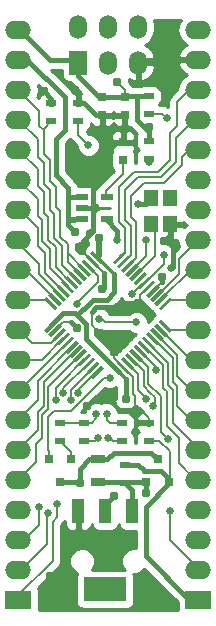
<source format=gbr>
G04 CAM350 V9.5.1 (Build 211) Date:  Tue May 10 22:39:24 2016 *
G04 Database: (Untitled) *
G04 Layer 1: STM32Mini-B_Cu. *
%FSLAX45Y45*%
%MOMM*%
%SFA1.000B1.000*%

%MIA0B0*%
%IPPOS*%
%ADD11R,0.75000X0.80000*%
%ADD12R,1.30000X0.70000*%
%ADD13R,0.80010X0.80010*%
%ADD14R,3.65760X2.03200*%
%ADD15R,1.01600X2.03200*%
%ADD16R,2.19964X1.52400*%
%ADD17O,2.19964X1.52400*%
%ADD18R,0.90000X0.50000*%
%ADD19R,1.00076X0.59944*%
%ADD20R,1.52400X1.99898*%
%ADD21O,1.52400X1.99898*%
%ADD22R,1.20000X1.40000*%
%ADD23C,0.78740*%
%ADD24C,0.66380*%
%ADD25C,0.20320*%
%ADD26C,0.40600*%
%ADD27C,0.25400*%
%ADD28C,0.30480*%
%LNSTM32Mini-B_Cu.*%
%LPD*%
G36*
X14144159Y-6686688D02*
G01X14132797Y-6675324D01*
X14136246Y-6670163*
X14136248Y-6670158*
X14146880Y-6616702*
Y-6616697*
X14138244Y-6573255*
X14208684Y-6643700*
X14191771*
X14191766Y-6643701*
X14168432Y-6653366*
X14168428Y-6653369*
X14150566Y-6671233*
X14144159Y-6686688*
G37*
G36*
X14212221Y-8673643D02*
G01X14191030Y-8652452D01*
X14282990Y-8560498*
X14304179Y-8581690*
X14212221Y-8673643*
G37*
G36*
X15251776D02*
G01X15159820Y-8581688D01*
X15181016Y-8560498*
X15272969Y-8652454*
X15251776Y-8673643*
G37*
G36*
X14791987Y-8093878D02*
G01X14770796Y-8072687D01*
X14862756Y-7980733*
X14883944Y-8001924*
X14791987Y-8093878*
G37*
G36*
X14389132Y-8376756D02*
G01X14297177Y-8284801D01*
X14318373Y-8263611*
X14410326Y-8355567*
X14389132Y-8376756*
G37*
G36*
X14623181Y-7646181D02*
G01X14609702Y-7632704D01*
X14609693Y-7632700*
X14597605*
X14587265Y-7625636*
X14587260Y-7625634*
X14562075Y-7620534*
X14497341Y-7620532*
X14497336Y-7620527*
X14497338Y-7619471*
X14497343Y-7619466*
X14562073*
X14585604Y-7615038*
X14585608Y-7615037*
X14597630Y-7607301*
X14609694Y-7607299*
X14609703Y-7607296*
X14623089Y-7593918*
X14626919Y-7599868*
X14648135Y-7614364*
X14648140Y-7614366*
X14673327Y-7619466*
X14747235Y-7619468*
X14747240Y-7619473*
X14747238Y-7620529*
X14747233Y-7620534*
X14673325*
X14649797Y-7624962*
X14649792Y-7624963*
X14628180Y-7638871*
X14623181Y-7646181*
G37*
G36*
X14492221Y-7999949D02*
G01X14462762Y-7970490D01*
X14462760Y-7970486*
X14462762Y-7926084*
X14462767Y-7926079*
X14472970Y-7926088*
X14472975Y-7926087*
X14510793Y-7910461*
X14510797Y-7910458*
X14539757Y-7881549*
X14555451Y-7843754*
X14555452Y-7843749*
X14555484Y-7809971*
X14555489Y-7809966*
X14562073*
X14577181Y-7807128*
X14568641Y-7815655*
X14552949Y-7853446*
X14552948Y-7853451*
X14552912Y-7894370*
X14552913Y-7894375*
X14560430Y-7912568*
X14560429Y-7931654*
X14560426Y-7931659*
X14555466Y-7934950*
X14534272Y-7956143*
X14530151Y-7962173*
X14529894Y-7962281*
X14526895Y-7965280*
X14526891Y-7965289*
X14526890Y-7966948*
X14520766Y-7975911*
X14520764Y-7975915*
X14517861Y-7989296*
X14517856Y-7989300*
X14506123Y-7991508*
X14506118Y-7991510*
X14495831Y-7998331*
X14493848*
X14493839Y-7998335*
X14492221Y-7999949*
G37*
G36*
X15293804Y-7982921D02*
G01X15283918Y-7959003D01*
X15283916Y-7958999*
X15256743Y-7931780*
X15221219Y-7917028*
X15221214Y-7917027*
X15199365Y-7917006*
X15199360Y-7917000*
X15199362Y-7888905*
X15199367Y-7888900*
X15227920Y-7888899*
X15227929Y-7888896*
X15243796Y-7873028*
X15243800Y-7873019*
X15243798Y-7768113*
X15243785Y-7768100*
X15241805Y-7768098*
X15241800Y-7768093*
X15241802Y-7742705*
X15241807Y-7742700*
X15243787Y-7742698*
X15243800Y-7742685*
X15243802Y-7740705*
X15243807Y-7740700*
X15269195Y-7740702*
X15269200Y-7740707*
X15269202Y-7742687*
X15269215Y-7742700*
X15364120Y-7742699*
X15364129Y-7742696*
X15368490Y-7738337*
X15400464Y-7759702*
X15373646Y-7777619*
X15364128Y-7768104*
X15364119Y-7768100*
X15269213Y-7768102*
X15269200Y-7768115*
X15269201Y-7873020*
X15269204Y-7873029*
X15285072Y-7888896*
X15285081Y-7888900*
X15317753Y-7888902*
X15317758Y-7888906*
X15327953Y-7940159*
X15327955Y-7940163*
X15331403Y-7945326*
X15293804Y-7982921*
G37*
G36*
X14793138Y-8858026D02*
G01X14625302Y-8690190D01*
X14625300Y-8690186*
X14625303Y-8649296*
X14636481Y-8653932*
X14636486Y-8653933*
X14674946Y-8653967*
X14674951Y-8653966*
X14675402Y-8653782*
X14678410Y-8655792*
X14678415Y-8655794*
X14706601Y-8661400*
X14907668Y-8661401*
X14907673Y-8661402*
X14915921Y-8669663*
X14951441Y-8684412*
X14951446Y-8684413*
X14967730Y-8684431*
X14966536Y-8686176*
X14958320Y-8691626*
X14937127Y-8712819*
X14931230Y-8721448*
X14923117Y-8726829*
X14901924Y-8748022*
X14895952Y-8756761*
X14887735Y-8762211*
X14866542Y-8783404*
X14860570Y-8792143*
X14852353Y-8797593*
X14831160Y-8818786*
X14825187Y-8827526*
X14816971Y-8832975*
X14795777Y-8854168*
X14793138Y-8858026*
G37*
G36*
X14490693Y-6746900D02*
G01X14465305Y-6746898D01*
X14465300Y-6746893*
X14465298Y-6744713*
X14465285Y-6744700*
X14463305Y-6744698*
X14463300Y-6744693*
X14463302Y-6719705*
X14463307Y-6719700*
X14465287Y-6719698*
X14465300Y-6719685*
X14465299Y-6659580*
X14465296Y-6659571*
X14449428Y-6643704*
X14449419Y-6643700*
X14438163Y-6643699*
X14438158Y-6643697*
X14422956Y-6620945*
X14248516Y-6446500*
X14337051Y-6446502*
X14337056Y-6446507*
Y-6487542*
X14341484Y-6511070*
X14341485Y-6511075*
X14355393Y-6532687*
X14376609Y-6547183*
X14376614Y-6547185*
X14401801Y-6552285*
X14412481Y-6552286*
X14412486Y-6552288*
X14418746Y-6561657*
X14503680Y-6646595*
X14490704Y-6659572*
X14490700Y-6659581*
X14490702Y-6719687*
X14490715Y-6719700*
X14492695Y-6719702*
X14492700Y-6719707*
X14492698Y-6744695*
X14492693Y-6744700*
X14490713Y-6744702*
X14490700Y-6744715*
X14490698Y-6746895*
X14490693Y-6746900*
G37*
G36*
X15067457Y-8583492D02*
G01X15067467Y-8568594D01*
X15067466Y-8568589*
X15052778Y-8533043*
X15052776Y-8533039*
X15025603Y-8505820*
X14990079Y-8491068*
X14990074Y-8491067*
X14951614Y-8491033*
X14951609Y-8491034*
X14916063Y-8505722*
X14916059Y-8505724*
X14907690Y-8514078*
X14907686Y-8514080*
X14742581Y-8514079*
X14742575Y-8514075*
X14737818Y-8502563*
X14737816Y-8502559*
X14713804Y-8478500*
X14719299*
X14751367Y-8472121*
X14751372Y-8472119*
X14778555Y-8453956*
X14842055Y-8390456*
X14846855Y-8383285*
X14853182Y-8398597*
X14853184Y-8398601*
X14880361Y-8425823*
X14915881Y-8440572*
X14915886Y-8440573*
X14954346Y-8440607*
X14954351Y-8440606*
X14989897Y-8425918*
X14989901Y-8425916*
X15011203Y-8404657*
X15029086Y-8422540*
X15037826Y-8428513*
X15043275Y-8436729*
X15064469Y-8457923*
X15073208Y-8463895*
X15078658Y-8472112*
X15099851Y-8493305*
X15108590Y-8499277*
X15114040Y-8507494*
X15128244Y-8521702*
X15114038Y-8535908*
X15108065Y-8544647*
X15099849Y-8550097*
X15078656Y-8571290*
X15072683Y-8580030*
X15067457Y-8583492*
G37*
G36*
X14965149Y-9606300D02*
G01X14956049Y-9606298D01*
X14956044Y-9606293*
Y-9562301*
X14951616Y-9538770*
X14951615Y-9538766*
X14937710Y-9517158*
X14930732Y-9512385*
X14936442Y-9508710*
X14950942Y-9487491*
X14950944Y-9487486*
X14956044Y-9462301*
Y-9412301*
X14951616Y-9388770*
X14951615Y-9388766*
X14937710Y-9367158*
X14916491Y-9352658*
X14916486Y-9352656*
X14891301Y-9347556*
X14816006Y-9347554*
X14816001Y-9347549*
X14816007Y-9340754*
X14816006Y-9340749*
X14801318Y-9305203*
X14801316Y-9305199*
X14774143Y-9277980*
X14738619Y-9263228*
X14738614Y-9263227*
X14700154Y-9263193*
X14700149Y-9263194*
X14674832Y-9273654*
X14649719Y-9263228*
X14649714Y-9263227*
X14611254Y-9263193*
X14611249Y-9263194*
X14575703Y-9277882*
X14575699Y-9277884*
X14548477Y-9305061*
X14533728Y-9340581*
X14533727Y-9340586*
X14533719Y-9347551*
X14533713Y-9347556*
X14505619Y-9347552*
X14708435Y-9144738*
X14725381Y-9151772*
X14725386Y-9151773*
X14763846Y-9151807*
X14763851Y-9151806*
X14799397Y-9137118*
X14799401Y-9137116*
X14800600Y-9135929*
X14800599Y-9171199*
X14800598Y-9171203*
X14797241Y-9174555*
X14781549Y-9212346*
X14781548Y-9212351*
X14781512Y-9253270*
X14781513Y-9253275*
X14797139Y-9291093*
X14797142Y-9291097*
X14826055Y-9320059*
X14863846Y-9335751*
X14863851Y-9335752*
X14904770Y-9335788*
X14904775Y-9335787*
X14942593Y-9320161*
X14942597Y-9320158*
X14971344Y-9291467*
X14994661Y-9314823*
X15020413Y-9325519*
X15030029Y-9348800*
X15017271*
X15017266Y-9348801*
X14993932Y-9358466*
X14993928Y-9358469*
X14976069Y-9376329*
X14976066Y-9376333*
X14966401Y-9399667*
X14966400Y-9399672*
X14966401Y-9408920*
X14966404Y-9408929*
X14982272Y-9424796*
X14982281Y-9424800*
X15062187Y-9424798*
X15062200Y-9424785*
X15062202Y-9422605*
X15062207Y-9422600*
X15087595Y-9422602*
X15087600Y-9422607*
X15087602Y-9424787*
X15087615Y-9424800*
X15089595Y-9424802*
X15089600Y-9424807*
X15089598Y-9449795*
X15089593Y-9449800*
X15087613Y-9449802*
X15087600Y-9449815*
X15087598Y-9451995*
X15087593Y-9452000*
X15062205Y-9451998*
X15062200Y-9451993*
X15062198Y-9449813*
X15062185Y-9449800*
X14982280Y-9449801*
X14982271Y-9449804*
X14966404Y-9465672*
X14966400Y-9465681*
Y-9474929*
X14966401Y-9474933*
X14976067Y-9498268*
X14976069Y-9498272*
X14990189Y-9512395*
X14984754Y-9515893*
X14970258Y-9537109*
X14970256Y-9537114*
X14965156Y-9562301*
X14965154Y-9606295*
X14965149Y-9606300*
G37*
G36*
X14617616Y-7463825D02*
G01X14608484Y-7449636D01*
X14587265Y-7435136*
X14587260Y-7435134*
X14562075Y-7430034*
X14475571Y-7430032*
X14475566Y-7430028*
X14472872Y-7416483*
X14472870Y-7416479*
X14454706Y-7389295*
X14371302Y-7305890*
X14371300Y-7305886*
X14371301Y-7070513*
X14371302Y-7070509*
X14410309Y-7031510*
X14425916Y-7054866*
X14467662Y-7096613*
X14467663Y-7096618*
X14467653Y-7108286*
X14467654Y-7108291*
X14482342Y-7143837*
X14482344Y-7143841*
X14509521Y-7171063*
X14545041Y-7185812*
X14545046Y-7185813*
X14583506Y-7185847*
X14583511Y-7185846*
X14619057Y-7171158*
X14619061Y-7171156*
X14646280Y-7143983*
X14661032Y-7108459*
X14661033Y-7108454*
X14661067Y-7069994*
X14661066Y-7069989*
X14646378Y-7034443*
X14646376Y-7034439*
X14621749Y-7009769*
X14619203Y-7007220*
X14583679Y-6992468*
X14583674Y-6992467*
X14571850Y-6992456*
X14571845Y-6992454*
X14551662Y-6972270*
X14551660Y-6972266*
X14551661Y-6964219*
X14551664Y-6964214*
X14568142Y-6953610*
X14582642Y-6932391*
X14582644Y-6932386*
X14587744Y-6907201*
X14587749Y-6902257*
X14589867Y-6907368*
X14589869Y-6907372*
X14607729Y-6925231*
X14607733Y-6925234*
X14631067Y-6934899*
X14631072Y-6934900*
X14652620Y-6934899*
X14652629Y-6934896*
X14668496Y-6919028*
X14668500Y-6919019*
Y-6844113*
X14668487Y-6844100*
X14666505Y-6844098*
X14666500Y-6844093*
X14666502Y-6818705*
X14666507Y-6818700*
X14668487Y-6818698*
X14668500Y-6818685*
X14668502Y-6816705*
X14668507Y-6816700*
X14693895Y-6816702*
X14693900Y-6816707*
X14693902Y-6818687*
X14693915Y-6818700*
X14766320Y-6818699*
X14766329Y-6818696*
X14776453Y-6808578*
X14786572Y-6818696*
X14786581Y-6818700*
X14858987Y-6818698*
X14859000Y-6818685*
X14859002Y-6816705*
X14859007Y-6816700*
X14884395Y-6816702*
X14884400Y-6816707*
X14884402Y-6818687*
X14884415Y-6818700*
X14886395Y-6818702*
X14886400Y-6818707*
X14886398Y-6844095*
X14886393Y-6844100*
X14884413Y-6844102*
X14884400Y-6844115*
X14884401Y-6919020*
X14884404Y-6919029*
X14900272Y-6934896*
X14900281Y-6934900*
X14916447Y-6934901*
X14916451Y-6934902*
X14974641Y-6993095*
X14970258Y-6999509*
X14970256Y-6999514*
X14965156Y-7024701*
Y-7074701*
X14969584Y-7098229*
X14969585Y-7098234*
X14983493Y-7119846*
X14990468Y-7124615*
X14984754Y-7128293*
X14970258Y-7149509*
X14970256Y-7149514*
X14965156Y-7174701*
Y-7224701*
X14968322Y-7241540*
X14961249Y-7241538*
X14961244Y-7241533*
Y-7172401*
X14956816Y-7148870*
X14956815Y-7148866*
X14950168Y-7138534*
X14950331Y-7138371*
X14950334Y-7138367*
X14959999Y-7115033*
X14960000Y-7115028*
X14959999Y-7090980*
X14959996Y-7090971*
X14944128Y-7075104*
X14944119Y-7075100*
X14871713Y-7075102*
X14871700Y-7075115*
X14871698Y-7077095*
X14871693Y-7077100*
X14846305Y-7077098*
X14846300Y-7077093*
X14846298Y-7075113*
X14846285Y-7075100*
X14773880Y-7075101*
X14773871Y-7075104*
X14758004Y-7090972*
X14758000Y-7090981*
Y-7115029*
X14758001Y-7115033*
X14767667Y-7138368*
X14767669Y-7138372*
X14767803Y-7138508*
X14761858Y-7147209*
X14761856Y-7147214*
X14756756Y-7172401*
Y-7252401*
X14761184Y-7275929*
X14761185Y-7275934*
X14775093Y-7297546*
X14781086Y-7301643*
X14658578Y-7424151*
X14651958Y-7434055*
X14649797Y-7434462*
X14649792Y-7434463*
X14628180Y-7448371*
X14617616Y-7463825*
G37*
G36*
X15242533Y-6763861D02*
G01X15235957Y-6763855D01*
X15216190Y-6750648*
X15216186Y-6750646*
X15188001Y-6745040*
X15161165*
X15159332Y-6743785*
X15165042Y-6740110*
X15179542Y-6718891*
X15179544Y-6718886*
X15184644Y-6693701*
Y-6643701*
X15180216Y-6620170*
X15180215Y-6620166*
X15166310Y-6598558*
X15145091Y-6584058*
X15145086Y-6584056*
X15119901Y-6578956*
X15029899*
X15006371Y-6583384*
X15006366Y-6583385*
X15004010Y-6584900*
X14979334*
X14973302Y-6583700*
X14973297*
X14967266Y-6584900*
X14938991*
X14934391Y-6581758*
X14934386Y-6581756*
X14933412Y-6581559*
X14923786Y-6567155*
X14911073Y-6554441*
X14911071Y-6554437*
X14911088Y-6535370*
X14911087Y-6535365*
X14906849Y-6525106*
X14942529Y-6545089*
X14951691Y-6546762*
X14951698Y-6546761*
X14973294Y-6534516*
X14973300Y-6534504*
Y-6400305*
X14973287Y-6400292*
X14971305Y-6400290*
X14971300Y-6400285*
X14971302Y-6374897*
X14971307Y-6374892*
X14973287Y-6374890*
X14973300Y-6374877*
X14973302Y-6372897*
X14973307Y-6372892*
X14998695Y-6372894*
X14998700Y-6372899*
X14998702Y-6374879*
X14998715Y-6374892*
X15110319Y-6374891*
X15110330Y-6374886*
X15126199Y-6352828*
X15126201Y-6352817*
X15111314Y-6300012*
X15111312Y-6300007*
X15077348Y-6256915*
X15042829Y-6237574*
X15084781Y-6209543*
X15115065Y-6164222*
X15115067Y-6164217*
X15125700Y-6110760*
Y-6056858*
X15119326Y-6024800*
X15348290Y-6024803*
X15327955Y-6055237*
X15327953Y-6055242*
X15317320Y-6108698*
Y-6108703*
X15327953Y-6162159*
X15327955Y-6162163*
X15358239Y-6207484*
X15401756Y-6236566*
X15395226Y-6238494*
X15395222Y-6238496*
X15352654Y-6272900*
X15326492Y-6320974*
X15324997Y-6328389*
X15324999Y-6328398*
X15337243Y-6349994*
X15337255Y-6350000*
X15481487Y-6349998*
X15481500Y-6349985*
X15481502Y-6348005*
X15481507Y-6348000*
X15506895Y-6348002*
X15506900Y-6348007*
X15506902Y-6349987*
X15506915Y-6350000*
X15508895Y-6350002*
X15508900Y-6350007*
X15508898Y-6375395*
X15508893Y-6375400*
X15506913Y-6375402*
X15506900Y-6375415*
X15506898Y-6377395*
X15506893Y-6377400*
X15481505Y-6377398*
X15481500Y-6377393*
X15481498Y-6375413*
X15481485Y-6375400*
X15337253Y-6375401*
X15337242Y-6375407*
X15324998Y-6397004*
X15324997Y-6397013*
X15326493Y-6404430*
X15352657Y-6452504*
X15395222Y-6486904*
X15395227Y-6486907*
X15401757Y-6488838*
X15358235Y-6517919*
X15327955Y-6563237*
X15327953Y-6563242*
X15318234Y-6612095*
X15264114Y-6666215*
X15248148Y-6690110*
X15248146Y-6690115*
X15242540Y-6718301*
X15242538Y-6763856*
X15242533Y-6763861*
G37*
G36*
X15320920Y-11018600D02*
G01X14143167Y-11018597D01*
X14144726Y-11010901*
Y-10858501*
X14140298Y-10834970*
X14140297Y-10834966*
X14138539Y-10832232*
X14314185Y-10656586*
X14330152Y-10632690*
X14330154Y-10632685*
X14335760Y-10604501*
X14335761Y-10304813*
X14335762Y-10304809*
X14352285Y-10288286*
X14363700Y-10271214*
Y-10299629*
X14363701Y-10299634*
X14373367Y-10322968*
X14373369Y-10322972*
X14391229Y-10340831*
X14391233Y-10340834*
X14414567Y-10350499*
X14414572Y-10350500*
X14449420Y-10350499*
X14449429Y-10350496*
X14465296Y-10334628*
X14465300Y-10334619*
X14465298Y-10198113*
X14465285Y-10198100*
X14463305Y-10198098*
X14463300Y-10198093*
X14463302Y-10172705*
X14463307Y-10172700*
X14465287Y-10172698*
X14465300Y-10172685*
X14465302Y-10170705*
X14465307Y-10170700*
X14490695Y-10170702*
X14490700Y-10170707*
X14490702Y-10172687*
X14490715Y-10172700*
X14492695Y-10172702*
X14492700Y-10172707*
X14492698Y-10198095*
X14492693Y-10198100*
X14490713Y-10198102*
X14490700Y-10198115*
X14490701Y-10334620*
X14490704Y-10334629*
X14506572Y-10350496*
X14506581Y-10350500*
X14541429*
X14541434Y-10350499*
X14564768Y-10340833*
X14564772Y-10340831*
X14582631Y-10322971*
X14582634Y-10322967*
X14592299Y-10299633*
X14592300Y-10299628*
X14592305Y-10293637*
X14595484Y-10310529*
X14595485Y-10310534*
X14609393Y-10332146*
X14630609Y-10346642*
X14630614Y-10346644*
X14655801Y-10351744*
X14757399*
X14780930Y-10347316*
X14780934Y-10347315*
X14802542Y-10333410*
X14817042Y-10312191*
X14817044Y-10312186*
X14820857Y-10293383*
X14824084Y-10310529*
X14824085Y-10310534*
X14837993Y-10332146*
X14859209Y-10346642*
X14859214Y-10346644*
X14884401Y-10351744*
X14965695Y-10351746*
X14965700Y-10351751*
X14965698Y-10498589*
X14965693Y-10498594*
X14930487Y-10498563*
X14930482Y-10498564*
X14890610Y-10515039*
X14890606Y-10515042*
X14860070Y-10545526*
X14843526Y-10585370*
X14843525Y-10585375*
X14843487Y-10628517*
X14843488Y-10628522*
X14859963Y-10668394*
X14859966Y-10668398*
X14870999Y-10679456*
X14593268Y-10679452*
X14604181Y-10668558*
X14620728Y-10628710*
X14620729Y-10628705*
X14620767Y-10585563*
X14620766Y-10585558*
X14604291Y-10545686*
X14604288Y-10545682*
X14573808Y-10515149*
X14533960Y-10498602*
X14533955Y-10498601*
X14490813Y-10498563*
X14490808Y-10498564*
X14450936Y-10515039*
X14450932Y-10515042*
X14420396Y-10545526*
X14403852Y-10585370*
X14403851Y-10585375*
X14403813Y-10628517*
X14403814Y-10628522*
X14420289Y-10668394*
X14420292Y-10668398*
X14450776Y-10698934*
X14471822Y-10707676*
X14464078Y-10719009*
X14464076Y-10719014*
X14458976Y-10744201*
Y-10947401*
X14463404Y-10970929*
X14463405Y-10970934*
X14477313Y-10992546*
X14498529Y-11007042*
X14498534Y-11007044*
X14523721Y-11012144*
X14889479*
X14913010Y-11007716*
X14913014Y-11007715*
X14934622Y-10993810*
X14949122Y-10972591*
X14949124Y-10972586*
X14954224Y-10947401*
Y-10744201*
X14949796Y-10720670*
X14949795Y-10720666*
X14946470Y-10715493*
X14973441Y-10715517*
X14973446Y-10715516*
X15013318Y-10699041*
X15013322Y-10699038*
X15038500Y-10673911*
X15319472Y-10954884*
X15319474Y-10954888*
Y-11010901*
X15320920Y-11018600*
G37*
%LPC*%
G36*
X14846287Y-7049698D02*
G01X14846300Y-7049685D01*
Y-6974780*
X14846296Y-6974771*
X14830428Y-6958904*
X14830419Y-6958900*
X14808871*
X14808866Y-6958901*
X14785532Y-6968566*
X14785528Y-6968569*
X14767669Y-6986429*
X14767666Y-6986433*
X14757999Y-7009769*
X14757998Y-7009774*
X14758000Y-7033819*
X14758004Y-7033828*
X14773872Y-7049696*
X14773881Y-7049700*
X14846287Y-7049698*
G37*
G36*
X14843120Y-6934899D02*
G01X14843129Y-6934896D01*
X14858996Y-6919028*
X14859000Y-6919019*
X14858998Y-6844113*
X14858985Y-6844100*
X14786580Y-6844101*
X14786571Y-6844104*
X14776450Y-6854222*
X14766328Y-6844104*
X14766319Y-6844100*
X14693911Y-6844102*
X14693898Y-6844115*
X14693900Y-6919019*
X14693904Y-6919028*
X14709772Y-6934896*
X14709781Y-6934900*
X14731329*
X14731334Y-6934899*
X14754668Y-6925233*
X14754672Y-6925231*
X14772531Y-6907371*
X14776453Y-6897921*
X14780367Y-6907368*
X14780369Y-6907372*
X14798229Y-6925231*
X14798233Y-6925234*
X14821567Y-6934899*
X14821572Y-6934900*
X14843120Y-6934899*
G37*
G36*
X14944129Y-7049696D02*
G01X14959996Y-7033828D01*
X14960000Y-7033819*
Y-7009771*
X14959999Y-7009766*
X14950334Y-6986432*
X14950331Y-6986428*
X14932471Y-6968569*
X14932467Y-6968566*
X14909133Y-6958901*
X14909128Y-6958900*
X14887580Y-6958901*
X14887571Y-6958904*
X14871702Y-6974773*
X14871698Y-6974782*
X14871700Y-7049685*
X14871713Y-7049698*
X14944120Y-7049699*
X14944129Y-7049696*
G37*
G36*
X15029471Y-6545088D02*
G01X15077345Y-6518272D01*
X15111312Y-6475176*
X15111315Y-6475172*
X15126201Y-6422365*
X15126199Y-6422354*
X15110328Y-6400297*
X15110318Y-6400292*
X14998711Y-6400294*
X14998698Y-6400307*
X14998700Y-6534504*
X14998706Y-6534516*
X15020304Y-6546761*
X15020310Y-6546762*
X15029471Y-6545088*
G37*
%LPD*%
G36*
X14247604Y-8709026D02*
G01X14226413Y-8687834D01*
X14318373Y-8595880*
X14339561Y-8617072*
X14247604Y-8709026*
G37*
G36*
X15216394D02*
G01X15124438Y-8617070D01*
X15145634Y-8595880*
X15237587Y-8687836*
X15216394Y-8709026*
G37*
G36*
X14827369Y-8129260D02*
G01X14806178Y-8108069D01*
X14898138Y-8016115*
X14919327Y-8037307*
X14827369Y-8129260*
G37*
G36*
X14282986Y-8482903D02*
G01X14191030Y-8390947D01*
X14212226Y-8369757*
X14304179Y-8461713*
X14282986Y-8482903*
G37*
G36*
X14424515Y-8341374D02*
G01X14332559Y-8249418D01*
X14353755Y-8228228*
X14445708Y-8320185*
X14424515Y-8341374*
G37*
G36*
X14262093Y-6746900D02*
G01X14236705Y-6746898D01*
X14236700Y-6746893*
X14236698Y-6744713*
X14236685Y-6744700*
X14234705Y-6744698*
X14234700Y-6744693*
X14234702Y-6719705*
X14234707Y-6719700*
X14236687Y-6719698*
X14236700Y-6719685*
X14236702Y-6717505*
X14236707Y-6717500*
X14262095Y-6717502*
X14262100Y-6717507*
X14262102Y-6719687*
X14262115Y-6719700*
X14264095Y-6719702*
X14264100Y-6719707*
X14264098Y-6744695*
X14264093Y-6744700*
X14262113Y-6744702*
X14262100Y-6744715*
X14262098Y-6746895*
X14262093Y-6746900*
G37*
G36*
X14282986Y-8744408D02*
G01X14261795Y-8723217D01*
X14353755Y-8631262*
X14374943Y-8652454*
X14282986Y-8744408*
G37*
G36*
X15181011D02*
G01X15089056Y-8652452D01*
X15110252Y-8631262*
X15202205Y-8723218*
X15181011Y-8744408*
G37*
G36*
X14862751Y-8164643D02*
G01X14841560Y-8143451D01*
X14933520Y-8051497*
X14954709Y-8072689*
X14862751Y-8164643*
G37*
G36*
X14318368Y-8447521D02*
G01X14226413Y-8355565D01*
X14247608Y-8334375*
X14339561Y-8426331*
X14318368Y-8447521*
G37*
G36*
X14459897Y-8305992D02*
G01X14367941Y-8214036D01*
X14389137Y-8192846*
X14481090Y-8284802*
X14459897Y-8305992*
G37*
G36*
X14318368Y-8779790D02*
G01X14297177Y-8758599D01*
X14389137Y-8666644*
X14410326Y-8687836*
X14318368Y-8779790*
G37*
G36*
X15145629D02*
G01X15053674Y-8687834D01*
X15074869Y-8666644*
X15166822Y-8758601*
X15145629Y-8779790*
G37*
G36*
X14898133Y-8200025D02*
G01X14876942Y-8178834D01*
X14968902Y-8086879*
X14990091Y-8108071*
X14898133Y-8200025*
G37*
G36*
X14353750Y-8412138D02*
G01X14261795Y-8320183D01*
X14282990Y-8298993*
X14374943Y-8390949*
X14353750Y-8412138*
G37*
G36*
X14495099Y-8270789D02*
G01X14403144Y-8178834D01*
X14424340Y-8157644*
X14516293Y-8249600*
X14495099Y-8270789*
G37*
G36*
X14353750Y-8815172D02*
G01X14332559Y-8793981D01*
X14424519Y-8702027*
X14445708Y-8723219*
X14353750Y-8815172*
G37*
G36*
X15110247D02*
G01X15018292Y-8723217D01*
X15039487Y-8702027*
X15131440Y-8793983*
X15110247Y-8815172*
G37*
G36*
X14933516Y-8235407D02*
G01X14912325Y-8214216D01*
X15004285Y-8122261*
X15025473Y-8143453*
X14933516Y-8235407*
G37*
G36*
X14530482D02*
G01X14438526Y-8143451D01*
X14459722Y-8122261*
X14551675Y-8214218*
X14530482Y-8235407*
G37*
G36*
X14389132Y-8850555D02*
G01X14367941Y-8829363D01*
X14459901Y-8737409*
X14481090Y-8758601*
X14389132Y-8850555*
G37*
G36*
X15074865D02*
G01X14982909Y-8758599D01*
X15004105Y-8737409*
X15096058Y-8829365*
X15074865Y-8850555*
G37*
G36*
X14968898Y-8270789D02*
G01X14947707Y-8249598D01*
X15039667Y-8157644*
X15060855Y-8178835*
X14968898Y-8270789*
G37*
G36*
X14565864Y-8200025D02*
G01X14473909Y-8108069D01*
X14495104Y-8086879*
X14587057Y-8178835*
X14565864Y-8200025*
G37*
G36*
X14424335Y-8885757D02*
G01X14403144Y-8864566D01*
X14495104Y-8772612*
X14516293Y-8793803*
X14424335Y-8885757*
G37*
G36*
X15039662D02*
G01X14947707Y-8793802D01*
X14968902Y-8772612*
X15060855Y-8864568*
X15039662Y-8885757*
G37*
G36*
X15004100Y-8305992D02*
G01X14982909Y-8284801D01*
X15074869Y-8192846*
X15096058Y-8214038*
X15004100Y-8305992*
G37*
G36*
X14601246Y-8164643D02*
G01X14509291Y-8072687D01*
X14530486Y-8051497*
X14622439Y-8143453*
X14601246Y-8164643*
G37*
G36*
X14459717Y-8921139D02*
G01X14438526Y-8899948D01*
X14530486Y-8807994*
X14551675Y-8829186*
X14459717Y-8921139*
G37*
G36*
X15004280D02*
G01X14912325Y-8829184D01*
X14933520Y-8807994*
X15025473Y-8899950*
X15004280Y-8921139*
G37*
G36*
X15039483Y-8341374D02*
G01X15018292Y-8320183D01*
X15110252Y-8228228*
X15131440Y-8249420*
X15039483Y-8341374*
G37*
G36*
X14636628Y-8129260D02*
G01X14544673Y-8037305D01*
X14565869Y-8016115*
X14657822Y-8108071*
X14636628Y-8129260*
G37*
G36*
X14495100Y-8956522D02*
G01X14473909Y-8935330D01*
X14565869Y-8843376*
X14587057Y-8864568*
X14495100Y-8956522*
G37*
G36*
X14968898D02*
G01X14876942Y-8864566D01*
X14898138Y-8843376*
X14990091Y-8935332*
X14968898Y-8956522*
G37*
G36*
X15074865Y-8376756D02*
G01X15053674Y-8355565D01*
X15145634Y-8263611*
X15166822Y-8284802*
X15074865Y-8376756*
G37*
G36*
X14672011Y-8093878D02*
G01X14580055Y-8001923D01*
X14601251Y-7980733*
X14693204Y-8072689*
X14672011Y-8093878*
G37*
G36*
X14530482Y-8991904D02*
G01X14509291Y-8970713D01*
X14601251Y-8878758*
X14622439Y-8899950*
X14530482Y-8991904*
G37*
G36*
X14933516D02*
G01X14841560Y-8899948D01*
X14862756Y-8878758*
X14954709Y-8970714*
X14933516Y-8991904*
G37*
G36*
X15110247Y-8412138D02*
G01X15089056Y-8390947D01*
X15181016Y-8298993*
X15202205Y-8320185*
X15110247Y-8412138*
G37*
G36*
X14565864Y-9027286D02*
G01X14544673Y-9006095D01*
X14636633Y-8914140*
X14657822Y-8935332*
X14565864Y-9027286*
G37*
G36*
X14898133D02*
G01X14806178Y-8935330D01*
X14827374Y-8914140*
X14919327Y-9006097*
X14898133Y-9027286*
G37*
G36*
X15145629Y-8447521D02*
G01X15124438Y-8426329D01*
X15216398Y-8334375*
X15237587Y-8355567*
X15145629Y-8447521*
G37*
G36*
X14601246Y-9062668D02*
G01X14580055Y-9041477D01*
X14672015Y-8949523*
X14693204Y-8970714*
X14601246Y-9062668*
G37*
G36*
X14862751D02*
G01X14770796Y-8970713D01*
X14791991Y-8949523*
X14883944Y-9041479*
X14862751Y-9062668*
G37*
G36*
X15181011Y-8482903D02*
G01X15159820Y-8461712D01*
X15251780Y-8369757*
X15272969Y-8390949*
X15181011Y-8482903*
G37*
G54D11*
X14681200Y-6681400D03*
Y-6831400D03*
X14859000Y-7212400D03*
Y-7062400D03*
G54D12*
X14643100Y-9937500D03*
Y-9747500D03*
G54D13*
X15246100Y-9942576D03*
X15056100D03*
X15151100Y-9742678D03*
G54D14*
X14706600Y-10845800D03*
G54D15*
Y-10185400D03*
X14935200D03*
X14478000D03*
G54D16*
X13970000Y-10934700D03*
G54D17*
Y-10680700D03*
Y-10426700D03*
Y-10172700D03*
Y-9918700D03*
Y-9664700D03*
Y-9410700D03*
Y-9156700D03*
Y-8902700D03*
Y-8648700D03*
Y-8394700D03*
Y-8140700D03*
Y-7886700D03*
Y-7632700D03*
Y-7378700D03*
Y-7124700D03*
Y-6870700D03*
Y-6616700D03*
Y-6362700D03*
Y-6108700D03*
G54D16*
X15494200Y-10934700D03*
G54D17*
Y-10680700D03*
Y-10426700D03*
Y-10172700D03*
Y-9918700D03*
Y-9664700D03*
Y-9410700D03*
Y-9156700D03*
Y-8902700D03*
Y-8648700D03*
Y-8394700D03*
Y-8140700D03*
Y-7886700D03*
Y-7632700D03*
Y-7378700D03*
Y-7124700D03*
Y-6870700D03*
Y-6616700D03*
Y-6362700D03*
Y-6108700D03*
G54D18*
X14846300Y-9437300D03*
Y-9587300D03*
X14528800Y-9437300D03*
Y-9587300D03*
X14325600Y-9437300D03*
Y-9587300D03*
X14478000Y-6882200D03*
Y-6732200D03*
X14249400Y-6882200D03*
Y-6732200D03*
X15074900Y-6668700D03*
Y-6818700D03*
Y-7049700D03*
Y-7199700D03*
G54D11*
X14871700Y-6681400D03*
Y-6831400D03*
G54D13*
X14230600Y-9742424D03*
X14420600D03*
X14325600Y-9942322D03*
G54D19*
X14512036Y-7715250D03*
Y-7524750D03*
Y-7620000D03*
X14723364Y-7524750D03*
Y-7715250D03*
G54D20*
X14478000Y-6387592D03*
G54D21*
Y-6083808D03*
X14732000Y-6387592D03*
Y-6083808D03*
X14986000Y-6387592D03*
Y-6083808D03*
G54D22*
X15256500Y-7535400D03*
Y-7755400D03*
X15096500Y-7535400D03*
Y-7755400D03*
G54D18*
X14871700Y-9792900D03*
Y-9942900D03*
X15074900Y-9587300D03*
Y-9437300D03*
G54D23*
X14465300Y-8636000D03*
G54D24*
X15265400Y-8128000D03*
G54D23*
X15201900Y-7899400D03*
X14986000Y-8420100D03*
X14770100Y-10591800D03*
X14363700Y-10680700D03*
X14185900Y-6629400D03*
X14452600Y-6616700D03*
X14782800Y-8839200D03*
X14681200Y-8305800D03*
X14782800Y-9220200D03*
X14757400Y-8483600D03*
X14693900Y-7289800D03*
X14668500Y-7175500D03*
X14554200Y-9296400D03*
X14236700Y-10731500D03*
X14617700Y-7620000D03*
X15082520Y-8521700D03*
X14808200Y-6555740D03*
X15077440Y-6936740D03*
X14782800Y-10058400D03*
G54D24*
X14986000Y-7581900D03*
G54D23*
X14884400Y-9232900D03*
X14655800Y-7874000D03*
G54D24*
X14643100Y-9563100D03*
X14732000D03*
X14287500Y-9245600D03*
X15049500Y-9232900D03*
X15252700Y-10185400D03*
X15113000Y-9296400D03*
X15240000Y-9575800D03*
X15049500Y-7886700D03*
X14970760Y-8587740D03*
X14655800Y-8557260D03*
G54D23*
X14452600Y-7823200D03*
X15049500Y-10033000D03*
G54D24*
X14630400Y-9359900D03*
X14564360Y-7089140D03*
X15229840Y-6860540D03*
X14935200Y-8343900D03*
X15201900Y-8013700D03*
X15074900Y-7226300D03*
G54D23*
X15189200Y-8204200D03*
G54D24*
X14808200Y-7886700D03*
G54D23*
X14490700Y-9944100D03*
G54D24*
X15138400Y-8989060D03*
X14465300Y-8432800D03*
X14744700Y-9055100D03*
X14478000Y-9182100D03*
X14300200Y-10121900D03*
X14414500Y-9245600D03*
X14224000Y-10198100D03*
X14351000Y-9182100D03*
X14147800Y-10147300D03*
X14719300Y-9359900D03*
G54D25*
X15074900Y-9437300D02*
G01Y-9398000D01*
X14960600Y-9283700D02*
G01Y-9245600D01*
X15074900Y-9398000D02*
G01X14960600Y-9283700D01*
X14282987Y-8652452D02*
G01X14283748D01*
Y-8652452D02*
G01X14351000Y-8585200D01*
Y-8585200D02*
G01X14414500D01*
G54D26*
Y-8585200D02*
G01X14465300Y-8636000D01*
X14499336Y-7620000D02*
G01X14605000D01*
G54D25*
X14600487Y-8072687D02*
G01X14516100Y-7988300D01*
G54D26*
X14528800Y-7886700D02*
G01X14605000Y-7810500D01*
Y-7810500D02*
G01Y-7620000D01*
X14516100Y-7988300D02*
G01Y-7899400D01*
Y-7899400D02*
G01X14528800Y-7886700D01*
X14681200Y-6831400D02*
G01Y-7010400D01*
Y-7010400D02*
G01X14668500Y-7023100D01*
G54D25*
X14283748Y-8652452D02*
G01X14351000Y-8585200D01*
G54D26*
X14478000Y-6732200D02*
G01X14530000D01*
X14629200Y-6831400D02*
G01X14681200D01*
X14530000Y-6732200D02*
G01X14629200Y-6831400D01*
X15201900Y-7899400D02*
G01X15227300D01*
Y-7899400D02*
G01X15278100Y-7950200D01*
Y-7950200D02*
G01Y-8115300D01*
Y-8115300D02*
G01X15265400Y-8128000D01*
X15256500Y-7844800D02*
G01Y-7755400D01*
Y-7844800D02*
G01X15201900Y-7899400D01*
X14998700Y-8407400D02*
G01X14986000Y-8420100D01*
G54D25*
X15070499Y-8284801D02*
G01X14998700Y-8356600D01*
Y-8356600D02*
G01Y-8407400D01*
G54D26*
X14986000Y-6362700D02*
G01X15494200D01*
X14681200Y-6831400D02*
G01X14871700D01*
X14605000Y-7620000D02*
G01Y-7569200D01*
G54D25*
X14782800Y-8890000D02*
G01X14862753Y-8969952D01*
G54D26*
X14807000Y-7062400D02*
G01X14859000D01*
X14605000Y-7569200D02*
G01Y-7429500D01*
Y-7429500D02*
G01X14732000Y-7302500D01*
Y-7302500D02*
G01Y-7137400D01*
Y-7137400D02*
G01X14807000Y-7062400D01*
X14478000Y-10185400D02*
G01Y-10388600D01*
X14363700Y-10502900D02*
G01Y-10680700D01*
X14478000Y-10388600D02*
G01X14363700Y-10502900D01*
G54D25*
X14601248Y-8072687D02*
G01X14600487D01*
X14283748Y-8652452D02*
G01X14351000Y-8585200D01*
Y-8585200D02*
G01X14414500D01*
X14862753Y-8970713D02*
G01Y-8969952D01*
X15074866Y-8284801D02*
G01X15070499D01*
G54D26*
X14249400Y-6732200D02*
G01Y-6692900D01*
Y-6692900D02*
G01X14185900Y-6629400D01*
X14478000Y-6732200D02*
G01Y-6642100D01*
Y-6642100D02*
G01X14452600Y-6616700D01*
G54D25*
X14782800Y-8890000D02*
G01Y-8839200D01*
G54D26*
X14693900Y-8166100D02*
G01Y-8293100D01*
Y-8293100D02*
G01X14681200Y-8305800D01*
G54D25*
X14601248Y-8073447D02*
G01X14693900Y-8166100D01*
X14601248Y-8072687D02*
G01Y-8073447D01*
G54D26*
X14630400Y-8686800D02*
G01Y-8648700D01*
G54D25*
X14592300Y-8610600D02*
G01Y-8496300D01*
X14630400Y-8648700D02*
G01X14592300Y-8610600D01*
G54D26*
X14668500Y-8724900D02*
G01X14782800Y-8839200D01*
X14668500Y-8724900D02*
G01X14630400Y-8686800D01*
X14820900Y-8420100D02*
G01X14782800Y-8458200D01*
Y-8458200D02*
G01X14630400D01*
Y-8458200D02*
G01X14592300Y-8496300D01*
X14986000Y-8420100D02*
G01X14820900D01*
G54D25*
X14862753Y-8970713D02*
G01X14863513D01*
X14782800Y-9283700D02*
G01Y-9220200D01*
X14820900Y-9321800D02*
G01X14782800Y-9283700D01*
X14935200Y-9321800D02*
G01X14820900D01*
X14960600Y-9296400D02*
G01X14935200Y-9321800D01*
X14960600Y-9212580D02*
G01Y-9245600D01*
Y-9245600D02*
G01Y-9296400D01*
G54D26*
X14782800Y-8458200D02*
G01X14757400Y-8483600D01*
X14859000Y-6975876D02*
G01X14871700Y-6963176D01*
X14859000Y-7062400D02*
G01Y-6975876D01*
X14871700Y-6831400D02*
G01Y-6963176D01*
X14732000Y-7302500D02*
G01X14706600D01*
Y-7302500D02*
G01X14693900Y-7289800D01*
X14782800Y-9220200D02*
G01X14630400D01*
Y-9220200D02*
G01X14554200Y-9296400D01*
G54D25*
X14940280Y-9050020D02*
G01Y-9192260D01*
Y-9192260D02*
G01X14960600Y-9212580D01*
X14862753Y-8972492D02*
G01X14940280Y-9050020D01*
X14862753Y-8970713D02*
G01Y-8972492D01*
X14710664Y-7524750D02*
G01Y-7476236D01*
X14859000Y-7327900D02*
G01Y-7212400D01*
X14710664Y-7476236D02*
G01X14859000Y-7327900D01*
X14871700Y-6619240D02*
G01Y-6681400D01*
X14808200Y-6555740D02*
G01X14871700Y-6619240D01*
G54D26*
X14973300Y-6819900D02*
G01Y-6873240D01*
X15074900Y-6974840D02*
G01Y-7049700D01*
X14973300Y-6873240D02*
G01X15074900Y-6974840D01*
Y-7049700D02*
G01Y-6939280D01*
Y-6939280D02*
G01X15077440Y-6936740D01*
G54D25*
X14636630Y-8037305D02*
G01X14641305D01*
G54D26*
X14782800Y-8331200D02*
G01X14719300Y-8394700D01*
X14782800Y-8178800D02*
G01Y-8331200D01*
X14719300Y-8394700D02*
G01X14668500D01*
X14655800Y-7874000D02*
G01Y-8018135D01*
G54D25*
Y-8018135D02*
G01X14636630Y-8037305D01*
G54D26*
X14973300Y-6819900D02*
G01Y-6668700D01*
Y-6668700D02*
G01Y-6667500D01*
Y-6667500D02*
G01Y-6668700D01*
X14439900Y-8509000D02*
G01X14452600D01*
X14541500Y-8724900D02*
G01X14592300Y-8775700D01*
X14541500Y-8597900D02*
G01Y-8724900D01*
X14471650Y-8528050D02*
G01X14541500Y-8597900D01*
X14452600Y-8509000D02*
G01X14471650Y-8528050D01*
X14592300Y-8775700D02*
G01X14630400Y-8813800D01*
X14822695Y-9006095D02*
G01X14681200Y-8864600D01*
X14630400Y-8813800D02*
G01X14681200Y-8864600D01*
G54D25*
X14247605Y-8617070D02*
G01Y-8612395D01*
G54D26*
Y-8612395D02*
G01X14351000Y-8509000D01*
Y-8509000D02*
G01X14439900D01*
X14706600Y-10134600D02*
G01X14782800Y-10058400D01*
X14986000Y-7581900D02*
G01X15050000D01*
Y-7581900D02*
G01X15096500Y-7535400D01*
X14681200Y-6681400D02*
G01X14657000D01*
Y-6681400D02*
G01X14478000Y-6502400D01*
Y-6502400D02*
G01Y-6362700D01*
X14871700Y-6681400D02*
G01X14681200D01*
X15074900Y-6668700D02*
G01X14973300D01*
Y-6668700D02*
G01X14884400D01*
Y-6668700D02*
G01X14871700Y-6681400D01*
G54D25*
X14835395Y-9006095D02*
G01X14827370D01*
Y-9006095D02*
G01X14822695D01*
G54D26*
X14478000Y-6362700D02*
G01Y-6426200D01*
X13970000Y-6108700D02*
G01X13982700D01*
Y-6108700D02*
G01X14236700Y-6362700D01*
Y-6362700D02*
G01X14478000D01*
X14706600Y-10185400D02*
G01Y-10134600D01*
G54D25*
X14617700Y-8018375D02*
G01X14636630Y-8037305D01*
X14884400Y-9063125D02*
G01X14827370Y-9006095D01*
G54D26*
X14884400Y-9232900D02*
G01Y-9063125D01*
X14579600Y-8420100D02*
G01X14592300Y-8407400D01*
Y-8407400D02*
G01X14605000Y-8394700D01*
Y-8394700D02*
G01X14668500D01*
Y-8394700D02*
G01X14719300D01*
X14471650Y-8528050D02*
G01X14579600Y-8420100D01*
X14655800Y-7874000D02*
G01Y-7912100D01*
G54D27*
X14636630Y-7893170D02*
G01X14655800Y-7874000D01*
X14636630Y-8037305D02*
G01Y-7893170D01*
G54D28*
X14655800Y-8051800D02*
G01X14690536Y-8086536D01*
X14655800Y-7874000D02*
G01Y-8051800D01*
G54D25*
X14641305Y-8037305D02*
G01X14690536Y-8086536D01*
G54D28*
Y-8086536D02*
G01X14782800Y-8178800D01*
G54D25*
X14618900Y-9587300D02*
G01X14528800D01*
X14643100Y-9563100D02*
G01X14618900Y-9587300D01*
X14738350Y-9556750D02*
G01X14768900Y-9587300D01*
X14732000Y-9563100D02*
G01X14738350Y-9556750D01*
X14768900Y-9587300D02*
G01X14846300D01*
X14768900D02*
G01X14808200D01*
X14530483Y-8901017D02*
G01X14331950Y-9099550D01*
X14287500Y-9144000D02*
G01Y-9245600D01*
X14331950Y-9099550D02*
G01X14287500Y-9144000D01*
X14530483Y-8899948D02*
G01Y-8901017D01*
X14495101Y-8864566D02*
G01X14490734D01*
Y-8864566D02*
G01X14224000Y-9131300D01*
Y-9131300D02*
G01Y-9321800D01*
Y-9321800D02*
G01X14173200Y-9372600D01*
Y-9372600D02*
G01Y-9563100D01*
Y-9563100D02*
G01X14122400Y-9613900D01*
Y-9613900D02*
G01Y-9766300D01*
Y-9766300D02*
G01X13970000Y-9918700D01*
X14459719Y-8829184D02*
G01X14449916D01*
Y-8829184D02*
G01X14185900Y-9093200D01*
Y-9093200D02*
G01Y-9296400D01*
Y-9296400D02*
G01X14135100Y-9347200D01*
Y-9347200D02*
G01Y-9499600D01*
Y-9499600D02*
G01X13970000Y-9664700D01*
X14424516Y-8793981D02*
G01X14421619D01*
Y-8793981D02*
G01X14135100Y-9080500D01*
Y-9080500D02*
G01Y-9245600D01*
Y-9245600D02*
G01X13970000Y-9410700D01*
X14058900D02*
G01X13970000D01*
X14282987Y-8390947D02*
G01Y-8390187D01*
Y-8390187D02*
G01X14033500Y-8140700D01*
Y-8140700D02*
G01X13970000D01*
X14008100D02*
G01X13970000D01*
X14318369Y-8355565D02*
G01Y-8349369D01*
Y-8349369D02*
G01X14147800Y-8178800D01*
Y-8178800D02*
G01Y-8089900D01*
Y-8089900D02*
G01X13970000Y-7912100D01*
Y-7912100D02*
G01Y-7886700D01*
X14353752Y-8320183D02*
G01X14352683D01*
Y-8320183D02*
G01X14198600Y-8166100D01*
Y-8166100D02*
G01Y-8001000D01*
Y-8001000D02*
G01X14135100Y-7937500D01*
Y-7937500D02*
G01Y-7785100D01*
Y-7785100D02*
G01X13982700Y-7632700D01*
Y-7632700D02*
G01X13970000D01*
Y-7645400D02*
G01Y-7632700D01*
X14389134Y-8284801D02*
G01Y-8280434D01*
Y-8280434D02*
G01X14236700Y-8128000D01*
Y-8128000D02*
G01Y-7962900D01*
Y-7962900D02*
G01X14173200Y-7899400D01*
Y-7899400D02*
G01Y-7721600D01*
Y-7721600D02*
G01X14135100Y-7683500D01*
Y-7683500D02*
G01Y-7543800D01*
Y-7543800D02*
G01X13970000Y-7378700D01*
X14424516Y-8249419D02*
G01X14421619D01*
Y-8249419D02*
G01X14287500Y-8115300D01*
Y-8115300D02*
G01Y-7950200D01*
Y-7950200D02*
G01X14224000Y-7886700D01*
Y-7886700D02*
G01Y-7696200D01*
Y-7696200D02*
G01X14185900Y-7658100D01*
Y-7658100D02*
G01Y-7480300D01*
Y-7480300D02*
G01X14135100Y-7429500D01*
Y-7429500D02*
G01Y-7289800D01*
Y-7289800D02*
G01X13970000Y-7124700D01*
X14459719Y-8214216D02*
G01X14449916D01*
Y-8214216D02*
G01X14338300Y-8102600D01*
Y-8102600D02*
G01Y-7937500D01*
Y-7937500D02*
G01X14274800Y-7874000D01*
Y-7874000D02*
G01Y-7670800D01*
Y-7670800D02*
G01X14236700Y-7632700D01*
Y-7632700D02*
G01Y-7467600D01*
Y-7467600D02*
G01X14185900Y-7416800D01*
Y-7416800D02*
G01Y-7239000D01*
Y-7239000D02*
G01X14135100Y-7188200D01*
Y-7188200D02*
G01Y-7035800D01*
Y-7035800D02*
G01X13970000Y-6870700D01*
X14898135Y-8935331D02*
G01Y-8941835D01*
X15252700Y-10426700D02*
G01X15494200Y-10668200D01*
X15252700Y-10185400D02*
G01Y-10426700D01*
X15494200Y-10668200D02*
G01Y-10680700D01*
X14986000Y-9024620D02*
G01Y-9161780D01*
Y-9161780D02*
G01X15049500Y-9225280D01*
Y-9225280D02*
G01Y-9232900D01*
X14898135Y-8936755D02*
G01X14986000Y-9024620D01*
X14898135Y-8935331D02*
G01Y-8936755D01*
X15125700Y-9232900D02*
G01Y-9283700D01*
Y-9283700D02*
G01X15113000Y-9296400D01*
X15125700Y-9220200D02*
G01Y-9232900D01*
X15087600Y-9182100D02*
G01X15125700Y-9220200D01*
X15031720Y-8999220D02*
G01Y-9126220D01*
Y-9126220D02*
G01X15087600Y-9182100D01*
X14933517Y-8901017D02*
G01X15031720Y-8999220D01*
X14933517Y-8899948D02*
G01Y-8901017D01*
X14968899Y-8864566D02*
G01X14973266D01*
X15072360Y-8968740D02*
G01Y-9105900D01*
Y-9105900D02*
G01X15179040Y-9212580D01*
Y-9212580D02*
G01Y-9514840D01*
Y-9514840D02*
G01X15240000Y-9575800D01*
X14968899Y-8865279D02*
G01X15072360Y-8968740D01*
X14968899Y-8864566D02*
G01Y-8865279D01*
X15494200Y-9918700D02*
G01X15468600D01*
Y-9918700D02*
G01X15328900Y-9779000D01*
X15227300Y-9461500D02*
G01Y-9410700D01*
X15328900Y-9563100D02*
G01X15227300Y-9461500D01*
X15328900Y-9779000D02*
G01Y-9563100D01*
X15227300Y-9169400D02*
G01Y-9207500D01*
X15214600Y-9156700D02*
G01X15227300Y-9169400D01*
Y-9207500D02*
G01Y-9410700D01*
X15417800Y-9918700D02*
G01X15494200D01*
X15199360Y-8950960D02*
G01Y-9141460D01*
Y-9141460D02*
G01X15214600Y-9156700D01*
X15042381Y-8793981D02*
G01X15199360Y-8950960D01*
X15039484Y-8793981D02*
G01X15042381D01*
X15494200Y-9664700D02*
G01Y-9652200D01*
Y-9652200D02*
G01X15278100Y-9436100D01*
Y-9436100D02*
G01Y-9245600D01*
X15157450Y-8845550D02*
G01X15240000Y-8928100D01*
X15278100Y-9156700D02*
G01Y-9220200D01*
X15240000Y-9118600D02*
G01X15278100Y-9156700D01*
X15240000Y-8928100D02*
G01Y-9118600D01*
X15074866Y-8758599D02*
G01Y-8762966D01*
Y-8762966D02*
G01X15157450Y-8845550D01*
X15278100Y-9220200D02*
G01Y-9245600D01*
X15494200Y-9639500D02*
G01Y-9664700D01*
X15313660Y-9144000D02*
G01Y-9293860D01*
Y-9293860D02*
G01X15341600Y-9321800D01*
X15220950Y-8832850D02*
G01X15278100Y-8890000D01*
X15313660Y-9128760D02*
G01Y-9144000D01*
X15278100Y-9093200D02*
G01X15313660Y-9128760D01*
X15278100Y-8890000D02*
G01Y-9093200D01*
X15110248Y-8723217D02*
G01X15111317D01*
Y-8723217D02*
G01X15220950Y-8832850D01*
X15341600Y-9321800D02*
G01X15430500Y-9410700D01*
Y-9410700D02*
G01X15494200D01*
X15145631Y-8687835D02*
G01Y-8694031D01*
Y-8694031D02*
G01X15316200Y-8864600D01*
Y-8864600D02*
G01Y-9042400D01*
Y-9042400D02*
G01X15430500Y-9156700D01*
Y-9156700D02*
G01X15494200D01*
X15181013Y-8652452D02*
G01Y-8653213D01*
Y-8653213D02*
G01X15430500Y-8902700D01*
Y-8902700D02*
G01X15494200D01*
Y-8661200D02*
G01Y-8648700D01*
X15252700D02*
G01X15494200D01*
X15221070Y-8617070D02*
G01X15252700Y-8648700D01*
X15216395Y-8617070D02*
G01X15221070D01*
X15252700Y-8394700D02*
G01X15494200D01*
X15221070Y-8426330D02*
G01X15252700Y-8394700D01*
X15216395Y-8426330D02*
G01X15221070D01*
X15181013Y-8390947D02*
G01Y-8390187D01*
Y-8390187D02*
G01X15430500Y-8140700D01*
Y-8140700D02*
G01X15494200D01*
X15468600D02*
G01X15494200D01*
X15145631Y-8355565D02*
G01X15152135D01*
Y-8355565D02*
G01X15328900Y-8178800D01*
Y-8178800D02*
G01Y-8052000D01*
Y-8052000D02*
G01X15494200Y-7886700D01*
Y-7911900D02*
G01Y-7886700D01*
X14933517Y-8143452D02*
G01Y-8142383D01*
Y-8142383D02*
G01X15049500Y-8026400D01*
Y-8026400D02*
G01Y-7886700D01*
X14966950Y-7747000D02*
G01Y-7740650D01*
X14922500Y-7518400D02*
G01X15024100Y-7416800D01*
X14922500Y-7696200D02*
G01Y-7518400D01*
X14966950Y-7740650D02*
G01X14922500Y-7696200D01*
X14966950Y-7950200D02*
G01Y-7747000D01*
X15024100Y-7416800D02*
G01X15036800Y-7404100D01*
X14966950Y-8045450D02*
G01Y-7950200D01*
X15354300Y-7251700D02*
G01Y-7213600D01*
X15201900Y-7404100D02*
G01X15354300Y-7251700D01*
X15036800Y-7404100D02*
G01X15201900D01*
X14898135Y-8108069D02*
G01X14904331D01*
Y-8108069D02*
G01X14966950Y-8045450D01*
X15354300Y-7213600D02*
G01Y-7188200D01*
Y-7188200D02*
G01X15417800Y-7124700D01*
Y-7124700D02*
G01X15494200D01*
X14922500Y-7785100D02*
G01Y-7772400D01*
X14871700Y-7467600D02*
G01X14935200Y-7404100D01*
X14871700Y-7721600D02*
G01Y-7467600D01*
X14922500Y-7772400D02*
G01X14871700Y-7721600D01*
X14986000Y-7353300D02*
G01X15062200D01*
X14935200Y-7404100D02*
G01X14986000Y-7353300D01*
X14922500Y-7937500D02*
G01Y-7785100D01*
Y-7988300D02*
G01Y-7937500D01*
Y-8013700D02*
G01Y-7988300D01*
X15303500Y-7226300D02*
G01Y-7175500D01*
Y-7023100D02*
G01X15455900Y-6870700D01*
X15303500Y-7175500D02*
G01Y-7023100D01*
X15062200Y-7353300D02*
G01X15176500D01*
Y-7353300D02*
G01X15303500Y-7226300D01*
X14862753Y-8072687D02*
G01X14863513D01*
Y-8072687D02*
G01X14922500Y-8013700D01*
X15455900Y-6870700D02*
G01X15494200D01*
X14871700Y-7810500D02*
G01Y-7785100D01*
X14820900Y-7442200D02*
G01X14871700Y-7391400D01*
X14820900Y-7734300D02*
G01Y-7442200D01*
X14871700Y-7785100D02*
G01X14820900Y-7734300D01*
X14827370Y-8037305D02*
G01Y-8032630D01*
Y-8032630D02*
G01X14871700Y-7988300D01*
X14947900Y-7315200D02*
G01X15024100D01*
X15316200Y-6921500D02*
G01Y-6718300D01*
X15252700Y-6985000D02*
G01X15316200Y-6921500D01*
X15252700Y-7162800D02*
G01Y-6985000D01*
X15316200Y-6718300D02*
G01X15417800Y-6616700D01*
X15024100Y-7315200D02*
G01X15151100D01*
Y-7315200D02*
G01X15252700Y-7213600D01*
Y-7213600D02*
G01Y-7162800D01*
X14871700Y-7391400D02*
G01X14947900Y-7315200D01*
X14871700Y-7988300D02*
G01Y-7810500D01*
X15417800Y-6616700D02*
G01X15494200D01*
X14827370Y-8037305D02*
G01X14835395D01*
X14970760Y-8587740D02*
G01X14706600D01*
Y-8587740D02*
G01X14676120Y-8557260D01*
Y-8557260D02*
G01X14655800D01*
G54D26*
X14395450Y-7716161D02*
G01Y-7524750D01*
Y-7524750D02*
G01Y-7448550D01*
X14512036Y-7524750D02*
G01X14441678D01*
Y-7524750D02*
G01X14395450D01*
Y-7448550D02*
G01X14287500Y-7340600D01*
Y-7340600D02*
G01Y-7035800D01*
Y-7035800D02*
G01X14363700Y-6959600D01*
Y-6959600D02*
G01Y-6680200D01*
Y-6680200D02*
G01X14046200Y-6362700D01*
Y-6362700D02*
G01X13970000D01*
X14395450Y-7716161D02*
G01Y-7766050D01*
X14441678Y-7715250D02*
G01X14440767Y-7716161D01*
X14512036Y-7715250D02*
G01X14441678D01*
X14440767Y-7716161D02*
G01X14395450D01*
X14452600Y-7823200D02*
G01X14408488Y-7779088D01*
X14395450Y-7766050D02*
G01X14408488Y-7779088D01*
X15056100Y-9942576D02*
G01Y-10026400D01*
Y-10026400D02*
G01X15049500Y-10033000D01*
X14499336Y-7715250D02*
G01X14408150D01*
X14935200Y-10185400D02*
G01Y-10006400D01*
Y-10006400D02*
G01X14871700Y-9942900D01*
X14643100Y-9937500D02*
G01X14866300D01*
Y-9937500D02*
G01X14871700Y-9942900D01*
X14643100Y-9937500D02*
G01X15051024D01*
Y-9937500D02*
G01X15056100Y-9942576D01*
G54D25*
X14528800Y-9437300D02*
G01X14591100D01*
X14630400Y-9398000D02*
G01Y-9359900D01*
X14591100Y-9437300D02*
G01X14630400Y-9398000D01*
X14389134Y-8758599D02*
G01X14380801D01*
Y-8758599D02*
G01X13982700Y-9156700D01*
Y-9156700D02*
G01X13970000D01*
X14325600Y-9437300D02*
G01X14566900D01*
X14478000Y-7002780D02*
G01Y-6882200D01*
X14564360Y-7089140D02*
G01X14478000Y-7002780D01*
X14530483Y-8143452D02*
G01Y-8142383D01*
Y-8142383D02*
G01X14389100Y-8001000D01*
Y-8001000D02*
G01Y-7975600D01*
X14185900Y-7061200D02*
G01Y-6945700D01*
Y-6945700D02*
G01X14249400Y-6882200D01*
X14495101Y-8178834D02*
G01X14490734D01*
Y-8178834D02*
G01X14389100Y-8077200D01*
Y-8077200D02*
G01Y-7975600D01*
Y-7975600D02*
G01Y-7924800D01*
Y-7924800D02*
G01X14325600Y-7861300D01*
Y-7861300D02*
G01Y-7645400D01*
Y-7645400D02*
G01X14287500Y-7607300D01*
Y-7607300D02*
G01Y-7442200D01*
Y-7442200D02*
G01X14236700Y-7391400D01*
Y-7391400D02*
G01Y-7213600D01*
Y-7213600D02*
G01X14185900Y-7162800D01*
Y-7162800D02*
G01Y-7061200D01*
Y-7061200D02*
G01Y-6959600D01*
Y-6959600D02*
G01X14147800Y-6921500D01*
Y-6921500D02*
G01Y-6794500D01*
Y-6794500D02*
G01X13970000Y-6616700D01*
X13995400D02*
G01X13970000D01*
X15074900Y-6818700D02*
G01X15188000D01*
Y-6818700D02*
G01X15229840Y-6860540D01*
X14935200Y-8343900D02*
G01X15029681Y-8249419D01*
Y-8249419D02*
G01X15039484D01*
Y-8249419D02*
G01X15042381D01*
Y-8249419D02*
G01X15201900Y-8089900D01*
Y-8089900D02*
G01Y-8013700D01*
X15074900Y-7199700D02*
G01Y-7226300D01*
X15110248Y-8320183D02*
G01X15111317D01*
Y-8320183D02*
G01X15189200Y-8242300D01*
G54D26*
Y-8242300D02*
G01Y-8204200D01*
X14710664Y-7715250D02*
G01X14712950D01*
Y-7715250D02*
G01X14808200Y-7810500D01*
Y-7810500D02*
G01Y-7886700D01*
X14490700Y-9944100D02*
G01Y-9829800D01*
X14573000Y-9747500D02*
G01X14643100D01*
X14490700Y-9829800D02*
G01X14573000Y-9747500D01*
X14488922Y-9942322D02*
G01X14325600D01*
X14490700Y-9944100D02*
G01X14488922Y-9942322D01*
X14643100Y-9747500D02*
G01X14725400D01*
Y-9747500D02*
G01X14782800Y-9690100D01*
Y-9690100D02*
G01X15098522D01*
Y-9690100D02*
G01X15151100Y-9742678D01*
X14611100Y-9747500D02*
G01X14643100D01*
G54D25*
X15001384Y-8829184D02*
G01X15004281D01*
Y-8829184D02*
G01Y-8832081D01*
Y-8829184D02*
G01Y-8829541D01*
X15138400Y-8963660D02*
G01X15004281Y-8829541D01*
X15138400Y-8963660D02*
G01Y-8989060D01*
X14968899Y-8178834D02*
G01X14973266D01*
Y-8178834D02*
G01X15125700Y-8026400D01*
Y-8026400D02*
G01Y-7784600D01*
Y-7784600D02*
G01X15096500Y-7755400D01*
X15252700Y-9677400D02*
G01Y-9935976D01*
Y-9935976D02*
G01X15246100Y-9942576D01*
X15162600Y-9587300D02*
G01X15074900D01*
X15252700Y-9677400D02*
G01X15162600Y-9587300D01*
G54D26*
X15494200Y-10934700D02*
G01X15417800D01*
Y-10934700D02*
G01X15049500Y-10566400D01*
Y-10566400D02*
G01Y-10147300D01*
Y-10147300D02*
G01X15246100Y-9950700D01*
Y-9950700D02*
G01Y-9942576D01*
X14871700Y-9792900D02*
G01X14987200D01*
Y-9792900D02*
G01X15024100Y-9829800D01*
X15176500Y-9842500D02*
G01X15246100Y-9912100D01*
X15036800Y-9842500D02*
G01X15176500D01*
X15024100Y-9829800D02*
G01X15036800Y-9842500D01*
X15246100Y-9912100D02*
G01Y-9942576D01*
G54D25*
X13970000Y-8407400D02*
G01Y-8394700D01*
X14211300D02*
G01X13970000D01*
X14242930Y-8426330D02*
G01X14211300Y-8394700D01*
X14247605Y-8426330D02*
G01X14242930D01*
X14084300Y-8763000D02*
G01X13970000Y-8648700D01*
X14249400Y-8763000D02*
G01X14084300D01*
X14318369Y-8694031D02*
G01X14249400Y-8763000D01*
X14318369Y-8687835D02*
G01Y-8694031D01*
X14565865Y-8108069D02*
G01Y-8114265D01*
Y-8114265D02*
G01X14643100Y-8191500D01*
X14465300Y-8420100D02*
G01Y-8432800D01*
X14643100Y-8242300D02*
G01X14465300Y-8420100D01*
X14643100Y-8191500D02*
G01Y-8242300D01*
X14230600Y-9742424D02*
G01Y-9671300D01*
X14224000Y-9385300D02*
G01X14230350Y-9378950D01*
Y-9378950D02*
G01X14236700Y-9372600D01*
X14224000Y-9664700D02*
G01Y-9385300D01*
X14230600Y-9671300D02*
G01X14224000Y-9664700D01*
X14565865Y-8108069D02*
G01Y-8114265D01*
X14693900Y-9055100D02*
G01X14744700D01*
X14414500Y-9334500D02*
G01X14693900Y-9055100D01*
X14274800Y-9334500D02*
G01X14414500D01*
X14230350Y-9378950D02*
G01X14274800Y-9334500D01*
X14420600Y-9742424D02*
G01Y-9682300D01*
Y-9682300D02*
G01X14325600Y-9587300D01*
X14420600Y-9742424D02*
G01Y-9722100D01*
X14636630Y-9006095D02*
G01X14628605D01*
Y-9006095D02*
G01X14478000Y-9156700D01*
Y-9156700D02*
G01Y-9182100D01*
X14300200Y-10121900D02*
G01Y-10236200D01*
Y-10236200D02*
G01X14262100Y-10274300D01*
Y-10274300D02*
G01Y-10604500D01*
Y-10604500D02*
G01X13970000Y-10896600D01*
Y-10896600D02*
G01Y-10934700D01*
X14601248Y-8970713D02*
G01X14600487D01*
Y-8970713D02*
G01X14414500Y-9156700D01*
Y-9156700D02*
G01Y-9245600D01*
X14224000Y-10198100D02*
G01X14211300Y-10210800D01*
Y-10210800D02*
G01Y-10464800D01*
Y-10464800D02*
G01X13995400Y-10680700D01*
Y-10680700D02*
G01X13970000D01*
X14565865Y-8935331D02*
G01X14559669D01*
Y-8935331D02*
G01X14351000Y-9144000D01*
Y-9144000D02*
G01Y-9182100D01*
X14147800Y-10147300D02*
G01Y-10299700D01*
Y-10299700D02*
G01X14020800Y-10426700D01*
Y-10426700D02*
G01X13970000D01*
X14719300Y-9410700D02*
G01Y-9359900D01*
X14745900Y-9437300D02*
G01X14719300Y-9410700D01*
X14846300Y-9437300D02*
G01X14745900D01*
X14353752Y-8723217D02*
G01X14352683D01*
Y-8723217D02*
G01X14173200Y-8902700D01*
Y-8902700D02*
G01X13970000D01*
G54D27*
X14490700Y-10172700D02*
G01X14492700D01*
Y-10198100*
X14490700*
Y-10334625*
X14506575Y-10350500*
X14541431*
X14564770Y-10340833*
X14582633Y-10322970*
X14592300Y-10299631*
Y-10293611*
X14595484Y-10310532*
X14609391Y-10332144*
X14630611Y-10346643*
X14655800Y-10351744*
X14757400*
X14780932Y-10347316*
X14802544Y-10333409*
X14817043Y-10312189*
X14820854Y-10293369*
X14824084Y-10310532*
X14837991Y-10332144*
X14859211Y-10346643*
X14884400Y-10351744*
X14965700*
Y-10498594*
X14930485Y-10498563*
X14890608Y-10515040*
X14860071Y-10545523*
X14843525Y-10585372*
X14843487Y-10628519*
X14859964Y-10668396*
X14871005Y-10679456*
X14593264*
X14604183Y-10668557*
X14620729Y-10628708*
X14620767Y-10585561*
X14604290Y-10545684*
X14573807Y-10515147*
X14533958Y-10498601*
X14490811Y-10498563*
X14450934Y-10515040*
X14420397Y-10545523*
X14403851Y-10585372*
X14403813Y-10628519*
X14420290Y-10668396*
X14450773Y-10698933*
X14471824Y-10707673*
X14464077Y-10719011*
X14458976Y-10744200*
Y-10947400*
X14463404Y-10970932*
X14477311Y-10992544*
X14498531Y-11007043*
X14523720Y-11012144*
X14889480*
X14913012Y-11007716*
X14934624Y-10993809*
X14949123Y-10972589*
X14954224Y-10947400*
Y-10744200*
X14949796Y-10720668*
X14946466Y-10715493*
X14973443Y-10715517*
X15013320Y-10699040*
X15038497Y-10673907*
X15319474Y-10954885*
Y-11010900*
X15320923Y-11018600*
X14143167*
X14144726Y-11010900*
Y-10858500*
X14140298Y-10834968*
X14138538Y-10832233*
X14314186Y-10656585*
X14316908Y-10652511*
X14330153Y-10632688*
X14335760Y-10604500*
Y-10304811*
X14352286Y-10288285*
X14363700Y-10271202*
Y-10299631*
X14373367Y-10322970*
X14391230Y-10340833*
X14414569Y-10350500*
X14449425*
X14465300Y-10334625*
Y-10198100*
X14463300*
Y-10172700*
X14465300*
Y-10170700*
X14490700*
Y-10172700*
X14800600Y-9171201D02*
G01X14797242Y-9174553D01*
X14781548Y-9212348*
X14781512Y-9253272*
X14797140Y-9291095*
X14826053Y-9320058*
X14863848Y-9335752*
X14904772Y-9335788*
X14942595Y-9320160*
X14971341Y-9291464*
X14994658Y-9314822*
X15020412Y-9325516*
X15030033Y-9348800*
X15017269*
X14993930Y-9358467*
X14976067Y-9376330*
X14966400Y-9399669*
Y-9408925*
X14982275Y-9424800*
X15062200*
Y-9422600*
X15087600*
Y-9424800*
X15089600*
Y-9449800*
X15087600*
Y-9452000*
X15062200*
Y-9449800*
X14982275*
X14966400Y-9465675*
Y-9474931*
X14976067Y-9498270*
X14990191Y-9512394*
X14984756Y-9515891*
X14970257Y-9537111*
X14965156Y-9562300*
Y-9606300*
X14956044*
Y-9562300*
X14951616Y-9538768*
X14937709Y-9517156*
X14930729Y-9512387*
X14936444Y-9508709*
X14950943Y-9487489*
X14956044Y-9462300*
Y-9412300*
X14951616Y-9388768*
X14937709Y-9367156*
X14916489Y-9352657*
X14891300Y-9347556*
X14816001*
X14816007Y-9340751*
X14801318Y-9305201*
X14774142Y-9277978*
X14738617Y-9263227*
X14700152Y-9263193*
X14674832Y-9273655*
X14649717Y-9263227*
X14611252Y-9263193*
X14575701Y-9277882*
X14548478Y-9305058*
X14533727Y-9340583*
X14533721Y-9347556*
X14505615*
X14708435Y-9144736*
X14725383Y-9151773*
X14763849Y-9151807*
X14799399Y-9137118*
X14800600Y-9135919*
Y-9171201*
X14636483Y-8653933D02*
G01X14674949Y-8653967D01*
X14675400Y-8653780*
X14678412Y-8655793*
X14706600Y-8661400*
X14907670*
X14915918Y-8669662*
X14951443Y-8684413*
X14967733Y-8684427*
X14966539Y-8686175*
X14958321Y-8691625*
X14937128Y-8712818*
X14931232Y-8721446*
X14923118Y-8726827*
X14901925Y-8748021*
X14895954Y-8756760*
X14887736Y-8762210*
X14866543Y-8783403*
X14860572Y-8792142*
X14852354Y-8797592*
X14831160Y-8818785*
X14825190Y-8827524*
X14816972Y-8832974*
X14795778Y-8854167*
X14793140Y-8858029*
X14740456Y-8805345*
Y-8805344*
X14689656Y-8754545*
Y-8754544*
X14651556Y-8716445*
Y-8716444*
X14625300Y-8690189*
Y-8649290*
X14636483Y-8653933*
X14853182Y-8398599D02*
G01X14880358Y-8425822D01*
X14915883Y-8440573*
X14954349Y-8440607*
X14989899Y-8425918*
X15011200Y-8404654*
X15029085Y-8422540*
X15037824Y-8428510*
X15043274Y-8436728*
X15064468Y-8457922*
X15073206Y-8463893*
X15078656Y-8472111*
X15099850Y-8493304*
X15108588Y-8499275*
X15114039Y-8507493*
X15128246Y-8521700*
X15114039Y-8535907*
X15108068Y-8544646*
X15099850Y-8550096*
X15078656Y-8571289*
X15072685Y-8580028*
X15067454Y-8583498*
X15067467Y-8568591*
X15052778Y-8533041*
X15025602Y-8505818*
X14990077Y-8491067*
X14951612Y-8491033*
X14916061Y-8505722*
X14907689Y-8514080*
X14742577*
X14737818Y-8502561*
X14713799Y-8478500*
X14719300*
X14751369Y-8472121*
X14778556Y-8453955*
X14842056Y-8390455*
X14846852Y-8383278*
X14853182Y-8398599*
X14568642Y-7815653D02*
G01X14552948Y-7853448D01*
X14552912Y-7894372*
X14560430Y-7912566*
Y-7931657*
X14555467Y-7934948*
X14534273Y-7956142*
X14530153Y-7962172*
X14529896Y-7962279*
X14526891Y-7965283*
Y-7966946*
X14520765Y-7975912*
X14517861Y-7989299*
X14506120Y-7991508*
X14495833Y-7998331*
X14493844*
X14492223Y-7999952*
X14462760Y-7970489*
Y-7926079*
X14472972Y-7926088*
X14510795Y-7910460*
X14539758Y-7881547*
X14555452Y-7843752*
X14555482Y-7809966*
X14562074*
X14577187Y-7807122*
X14568642Y-7815653*
X15400466Y-7759700D02*
G01X15373646Y-7777621D01*
X15364125Y-7768100*
X15269200*
Y-7873025*
X15285075Y-7888900*
X15317757*
X15327953Y-7940161*
X15331404Y-7945325*
X15293803Y-7982926*
X15283918Y-7959001*
X15256742Y-7931778*
X15221217Y-7917027*
X15199360Y-7917008*
Y-7888900*
X15227925*
X15243800Y-7873025*
Y-7768100*
X15241800*
Y-7742700*
X15243800*
Y-7740700*
X15269200*
Y-7742700*
X15364125*
X15368491Y-7738334*
X15400466Y-7759700*
X14626917Y-7599866D02*
G01X14648137Y-7614365D01*
X14673326Y-7619466*
X14747240*
Y-7620534*
X14673326*
X14649794Y-7624962*
X14628182Y-7638869*
X14623184Y-7646184*
X14609699Y-7632700*
X14597603*
X14587263Y-7625635*
X14562074Y-7620534*
X14497336*
Y-7619466*
X14562074*
X14585606Y-7615038*
X14597631Y-7607300*
X14609699*
X14623086Y-7593913*
X14626917Y-7599866*
X14786575Y-6818700D02*
G01X14859000D01*
Y-6816700*
X14884400*
Y-6818700*
X14886400*
Y-6844100*
X14884400*
Y-6919025*
X14900275Y-6934900*
X14916449*
X14974642Y-6993093*
X14970257Y-6999511*
X14965156Y-7024700*
Y-7074700*
X14969584Y-7098232*
X14983491Y-7119844*
X14990471Y-7124613*
X14984756Y-7128291*
X14970257Y-7149511*
X14965156Y-7174700*
Y-7224700*
X14968325Y-7241540*
X14961244*
Y-7172400*
X14956816Y-7148868*
X14950167Y-7138535*
X14950333Y-7138370*
X14960000Y-7115031*
Y-7090975*
X14944125Y-7075100*
X14871700*
Y-7077100*
X14846300*
Y-7075100*
X14773875*
X14758000Y-7090975*
Y-7115031*
X14767667Y-7138370*
X14767804Y-7138507*
X14761857Y-7147211*
X14756756Y-7172400*
Y-7252400*
X14761184Y-7275932*
X14775091Y-7297544*
X14781088Y-7301641*
X14658579Y-7424150*
X14651961Y-7434054*
X14649794Y-7434462*
X14628182Y-7448369*
X14617618Y-7463830*
X14608483Y-7449634*
X14587263Y-7435135*
X14562074Y-7430034*
X14475567*
X14472871Y-7416481*
X14454706Y-7389294*
X14371300Y-7305889*
Y-7070511*
X14410306Y-7031505*
X14425915Y-7054865*
X14467663Y-7096614*
X14467653Y-7108288*
X14482342Y-7143839*
X14509518Y-7171062*
X14545043Y-7185813*
X14583509Y-7185847*
X14619059Y-7171158*
X14646282Y-7143982*
X14661033Y-7108457*
X14661067Y-7069991*
X14646378Y-7034441*
X14621749Y-7009769*
X14758000*
Y-7033825*
X14773875Y-7049700*
X14846300*
Y-6974775*
X14871700*
Y-7049700*
X14944125*
X14960000Y-7033825*
Y-7009769*
X14950333Y-6986430*
X14932470Y-6968567*
X14909131Y-6958900*
X14887575*
X14871700Y-6974775*
X14846300*
X14830425Y-6958900*
X14808869*
X14785530Y-6968567*
X14767667Y-6986430*
X14758000Y-7009769*
X14621749*
X14619202Y-7007218*
X14583677Y-6992467*
X14571848Y-6992456*
X14551660Y-6972269*
Y-6964216*
X14568144Y-6953609*
X14582643Y-6932389*
X14587744Y-6907200*
Y-6902244*
X14589867Y-6907370*
X14607730Y-6925233*
X14631069Y-6934900*
X14652625*
X14668500Y-6919025*
Y-6844100*
X14693900*
Y-6919025*
X14709775Y-6934900*
X14731331*
X14754670Y-6925233*
X14772533Y-6907370*
X14776450Y-6897913*
X14780367Y-6907370*
X14798230Y-6925233*
X14821569Y-6934900*
X14843125*
X14859000Y-6919025*
Y-6844100*
X14786575*
X14776450Y-6854225*
X14766325Y-6844100*
X14693900*
X14668500*
X14666500*
Y-6818700*
X14668500*
Y-6816700*
X14693900*
Y-6818700*
X14766325*
X14776450Y-6808575*
X14786575Y-6818700*
X15327953Y-6055239D02*
G01X15317319Y-6108700D01*
X15327953Y-6162161*
X15358237Y-6207483*
X15401761Y-6236565*
X15395224Y-6238494*
X15352655Y-6272897*
X15326492Y-6320972*
X15324996Y-6328393*
X15337246Y-6350000*
X15481500*
Y-6348000*
X15506900*
Y-6350000*
X15508900*
Y-6375400*
X15506900*
Y-6377400*
X15481500*
Y-6375400*
X15337246*
X15324996Y-6397007*
X15326492Y-6404428*
X15352655Y-6452503*
X15395224Y-6486906*
X15401761Y-6488835*
X15358237Y-6517917*
X15327953Y-6563239*
X15318236Y-6612093*
X15264115Y-6666214*
X15248147Y-6690112*
X15242540Y-6718300*
Y-6763861*
X15235956Y-6763855*
X15216189Y-6750647*
X15188000Y-6745040*
X15161163*
X15159329Y-6743787*
X15165044Y-6740109*
X15179543Y-6718889*
X15184644Y-6693700*
Y-6643700*
X15180216Y-6620168*
X15166309Y-6598556*
X15145089Y-6584057*
X15119900Y-6578956*
X15029900*
X15006368Y-6583384*
X15004012Y-6584900*
X14979333*
X14973300Y-6583700*
X14967267Y-6584900*
X14938989*
X14934389Y-6581757*
X14933410Y-6581559*
X14923786Y-6567154*
X14911071Y-6554440*
X14911088Y-6535368*
X14906846Y-6525101*
X14942527Y-6545088*
X14951693Y-6546763*
X14973300Y-6534513*
Y-6400292*
X14998700*
Y-6534513*
X15020307Y-6546763*
X15029473Y-6545088*
X15077347Y-6518271*
X15111314Y-6475175*
X15126203Y-6422360*
X15110325Y-6400292*
X14998700*
X14973300*
X14971300*
Y-6374892*
X14973300*
Y-6372892*
X14998700*
Y-6374892*
X15110325*
X15126203Y-6352824*
X15111314Y-6300009*
X15077347Y-6256913*
X15042827Y-6237576*
X15084783Y-6209542*
X15115066Y-6164220*
X15125700Y-6110759*
Y-6056857*
X15119324Y-6024800*
X15348292*
X15327953Y-6055239*
X14262100Y-6719700D02*
G01X14264100D01*
Y-6744700*
X14262100*
Y-6746900*
X14236700*
Y-6744700*
X14234700*
Y-6719700*
X14236700*
Y-6717500*
X14262100*
Y-6719700*
X14337056Y-6487541D02*
G01X14341484Y-6511073D01*
X14355391Y-6532685*
X14376611Y-6547184*
X14401800Y-6552285*
X14412483*
X14414792Y-6555740*
X14418745Y-6561656*
X14503682Y-6646593*
X14490700Y-6659575*
Y-6719700*
X14492700*
Y-6744700*
X14490700*
Y-6746900*
X14465300*
Y-6744700*
X14463300*
Y-6719700*
X14465300*
Y-6659575*
X14449425Y-6643700*
X14438160*
X14432635Y-6635431*
X14422956Y-6620944*
X14248511Y-6446500*
X14337056*
Y-6487541*
X14208689Y-6643700D02*
G01X14191769D01*
X14168430Y-6653367*
X14150567Y-6671230*
X14144163Y-6686692*
X14132796Y-6675325*
X14136247Y-6670161*
X14146881Y-6616700*
X14138238Y-6573249*
X14208689Y-6643700*
M02*

</source>
